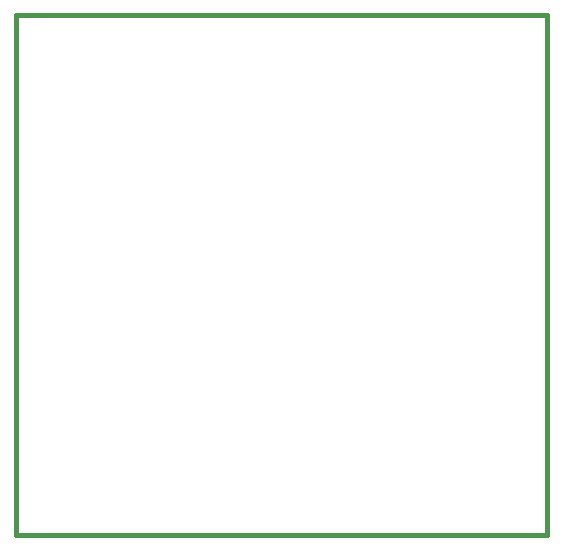
<source format=gbr>
G04 (created by PCBNEW-RS274X (2011-05-25)-stable) date Tue 17 Jan 2012 05:00:04 AM EST*
G01*
G70*
G90*
%MOIN*%
G04 Gerber Fmt 3.4, Leading zero omitted, Abs format*
%FSLAX34Y34*%
G04 APERTURE LIST*
%ADD10C,0.006000*%
%ADD11C,0.015000*%
G04 APERTURE END LIST*
G54D10*
G54D11*
X50000Y-31102D02*
X32283Y-31102D01*
X50000Y-48425D02*
X50000Y-31102D01*
X32283Y-48425D02*
X50000Y-48425D01*
X32283Y-31102D02*
X32283Y-48425D01*
M02*

</source>
